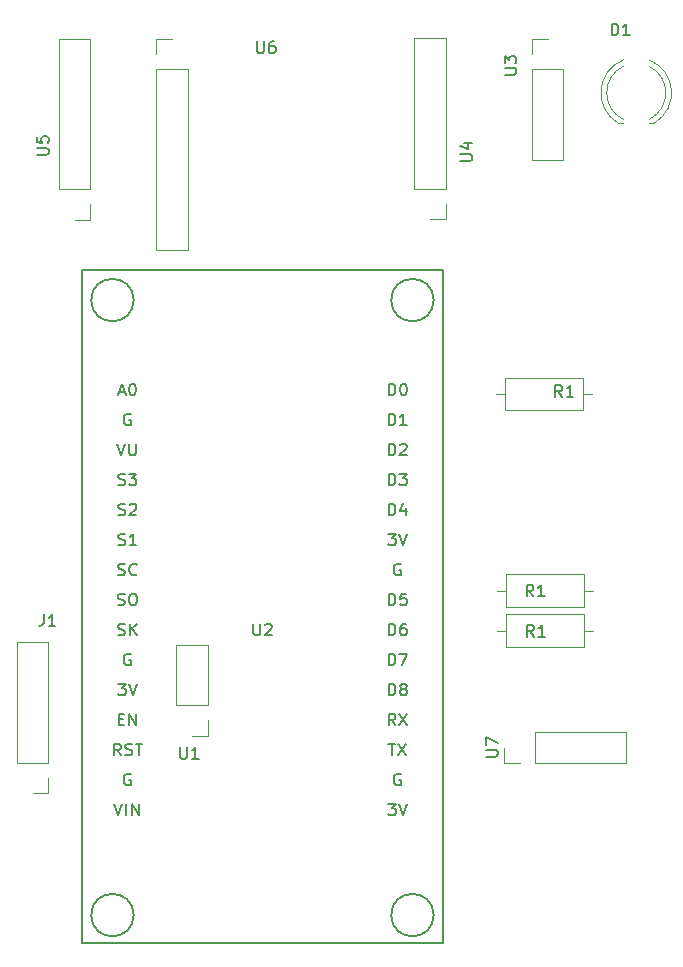
<source format=gbr>
%TF.GenerationSoftware,KiCad,Pcbnew,(5.1.10)-1*%
%TF.CreationDate,2021-10-26T11:38:04-05:00*%
%TF.ProjectId,co2_project,636f325f-7072-46f6-9a65-63742e6b6963,rev?*%
%TF.SameCoordinates,Original*%
%TF.FileFunction,Legend,Top*%
%TF.FilePolarity,Positive*%
%FSLAX46Y46*%
G04 Gerber Fmt 4.6, Leading zero omitted, Abs format (unit mm)*
G04 Created by KiCad (PCBNEW (5.1.10)-1) date 2021-10-26 11:38:04*
%MOMM*%
%LPD*%
G01*
G04 APERTURE LIST*
%ADD10C,0.120000*%
%ADD11C,0.150000*%
G04 APERTURE END LIST*
D10*
%TO.C,U7*%
X147420000Y-129330000D02*
X147420000Y-128000000D01*
X148750000Y-129330000D02*
X147420000Y-129330000D01*
X150020000Y-129330000D02*
X150020000Y-126670000D01*
X150020000Y-126670000D02*
X157700000Y-126670000D01*
X150020000Y-129330000D02*
X157700000Y-129330000D01*
X157700000Y-129330000D02*
X157700000Y-126670000D01*
%TO.C,U4*%
X142480000Y-67920000D02*
X139820000Y-67920000D01*
X142480000Y-80680000D02*
X142480000Y-67920000D01*
X139820000Y-80680000D02*
X139820000Y-67920000D01*
X142480000Y-80680000D02*
X139820000Y-80680000D01*
X142480000Y-81950000D02*
X142480000Y-83280000D01*
X142480000Y-83280000D02*
X141150000Y-83280000D01*
%TO.C,U6*%
X117970000Y-85870000D02*
X120630000Y-85870000D01*
X117970000Y-70570000D02*
X117970000Y-85870000D01*
X120630000Y-70570000D02*
X120630000Y-85870000D01*
X117970000Y-70570000D02*
X120630000Y-70570000D01*
X117970000Y-69300000D02*
X117970000Y-67970000D01*
X117970000Y-67970000D02*
X119300000Y-67970000D01*
%TO.C,U5*%
X112380000Y-83330000D02*
X111050000Y-83330000D01*
X112380000Y-82000000D02*
X112380000Y-83330000D01*
X112380000Y-80730000D02*
X109720000Y-80730000D01*
X109720000Y-80730000D02*
X109720000Y-67970000D01*
X112380000Y-80730000D02*
X112380000Y-67970000D01*
X112380000Y-67970000D02*
X109720000Y-67970000D01*
%TO.C,J1*%
X108830000Y-131880000D02*
X107500000Y-131880000D01*
X108830000Y-130550000D02*
X108830000Y-131880000D01*
X108830000Y-129280000D02*
X106170000Y-129280000D01*
X106170000Y-129280000D02*
X106170000Y-119060000D01*
X108830000Y-129280000D02*
X108830000Y-119060000D01*
X108830000Y-119060000D02*
X106170000Y-119060000D01*
%TO.C,D1*%
X159680000Y-75121500D02*
X160145000Y-75121500D01*
X157055000Y-75121500D02*
X157520000Y-75121500D01*
X157519173Y-69773685D02*
G75*
G03*
X157055170Y-75121500I1080827J-2787815D01*
G01*
X159680827Y-69773685D02*
G75*
G02*
X160144830Y-75121500I-1080827J-2787815D01*
G01*
X157519571Y-70307021D02*
G75*
G03*
X157520000Y-74816184I1080429J-2254479D01*
G01*
X159680429Y-70307021D02*
G75*
G02*
X159680000Y-74816184I-1080429J-2254479D01*
G01*
%TO.C,R1*%
X154920000Y-118100000D02*
X154150000Y-118100000D01*
X146840000Y-118100000D02*
X147610000Y-118100000D01*
X154150000Y-116730000D02*
X147610000Y-116730000D01*
X154150000Y-119470000D02*
X154150000Y-116730000D01*
X147610000Y-119470000D02*
X154150000Y-119470000D01*
X147610000Y-116730000D02*
X147610000Y-119470000D01*
X147610000Y-113330000D02*
X147610000Y-116070000D01*
X147610000Y-116070000D02*
X154150000Y-116070000D01*
X154150000Y-116070000D02*
X154150000Y-113330000D01*
X154150000Y-113330000D02*
X147610000Y-113330000D01*
X146840000Y-114700000D02*
X147610000Y-114700000D01*
X154920000Y-114700000D02*
X154150000Y-114700000D01*
X154820000Y-98050000D02*
X154050000Y-98050000D01*
X146740000Y-98050000D02*
X147510000Y-98050000D01*
X154050000Y-96680000D02*
X147510000Y-96680000D01*
X154050000Y-99420000D02*
X154050000Y-96680000D01*
X147510000Y-99420000D02*
X154050000Y-99420000D01*
X147510000Y-96680000D02*
X147510000Y-99420000D01*
%TO.C,U1*%
X122330000Y-127030000D02*
X121000000Y-127030000D01*
X122330000Y-125700000D02*
X122330000Y-127030000D01*
X122330000Y-124430000D02*
X119670000Y-124430000D01*
X119670000Y-124430000D02*
X119670000Y-119290000D01*
X122330000Y-124430000D02*
X122330000Y-119290000D01*
X122330000Y-119290000D02*
X119670000Y-119290000D01*
D11*
%TO.C,U2*%
X142200000Y-144550000D02*
X142200000Y-87550000D01*
X111700000Y-144550000D02*
X142200000Y-144550000D01*
X111700000Y-87550000D02*
X111700000Y-144550000D01*
X112200000Y-87550000D02*
X111700000Y-87550000D01*
X142200000Y-87550000D02*
X112200000Y-87550000D01*
X141446051Y-90110000D02*
G75*
G03*
X141446051Y-90110000I-1796051J0D01*
G01*
X116046051Y-90110000D02*
G75*
G03*
X116046051Y-90110000I-1796051J0D01*
G01*
X116046051Y-142180000D02*
G75*
G03*
X116046051Y-142180000I-1796051J0D01*
G01*
X141446051Y-142180000D02*
G75*
G03*
X141446051Y-142180000I-1796051J0D01*
G01*
D10*
%TO.C,U3*%
X149770000Y-67970000D02*
X151100000Y-67970000D01*
X149770000Y-69300000D02*
X149770000Y-67970000D01*
X149770000Y-70570000D02*
X152430000Y-70570000D01*
X152430000Y-70570000D02*
X152430000Y-78250000D01*
X149770000Y-70570000D02*
X149770000Y-78250000D01*
X149770000Y-78250000D02*
X152430000Y-78250000D01*
%TO.C,U7*%
D11*
X145872380Y-128761904D02*
X146681904Y-128761904D01*
X146777142Y-128714285D01*
X146824761Y-128666666D01*
X146872380Y-128571428D01*
X146872380Y-128380952D01*
X146824761Y-128285714D01*
X146777142Y-128238095D01*
X146681904Y-128190476D01*
X145872380Y-128190476D01*
X145872380Y-127809523D02*
X145872380Y-127142857D01*
X146872380Y-127571428D01*
%TO.C,U4*%
X143702380Y-78311904D02*
X144511904Y-78311904D01*
X144607142Y-78264285D01*
X144654761Y-78216666D01*
X144702380Y-78121428D01*
X144702380Y-77930952D01*
X144654761Y-77835714D01*
X144607142Y-77788095D01*
X144511904Y-77740476D01*
X143702380Y-77740476D01*
X144035714Y-76835714D02*
X144702380Y-76835714D01*
X143654761Y-77073809D02*
X144369047Y-77311904D01*
X144369047Y-76692857D01*
%TO.C,U6*%
X126488095Y-68202380D02*
X126488095Y-69011904D01*
X126535714Y-69107142D01*
X126583333Y-69154761D01*
X126678571Y-69202380D01*
X126869047Y-69202380D01*
X126964285Y-69154761D01*
X127011904Y-69107142D01*
X127059523Y-69011904D01*
X127059523Y-68202380D01*
X127964285Y-68202380D02*
X127773809Y-68202380D01*
X127678571Y-68250000D01*
X127630952Y-68297619D01*
X127535714Y-68440476D01*
X127488095Y-68630952D01*
X127488095Y-69011904D01*
X127535714Y-69107142D01*
X127583333Y-69154761D01*
X127678571Y-69202380D01*
X127869047Y-69202380D01*
X127964285Y-69154761D01*
X128011904Y-69107142D01*
X128059523Y-69011904D01*
X128059523Y-68773809D01*
X128011904Y-68678571D01*
X127964285Y-68630952D01*
X127869047Y-68583333D01*
X127678571Y-68583333D01*
X127583333Y-68630952D01*
X127535714Y-68678571D01*
X127488095Y-68773809D01*
%TO.C,U5*%
X107852380Y-77811904D02*
X108661904Y-77811904D01*
X108757142Y-77764285D01*
X108804761Y-77716666D01*
X108852380Y-77621428D01*
X108852380Y-77430952D01*
X108804761Y-77335714D01*
X108757142Y-77288095D01*
X108661904Y-77240476D01*
X107852380Y-77240476D01*
X107852380Y-76288095D02*
X107852380Y-76764285D01*
X108328571Y-76811904D01*
X108280952Y-76764285D01*
X108233333Y-76669047D01*
X108233333Y-76430952D01*
X108280952Y-76335714D01*
X108328571Y-76288095D01*
X108423809Y-76240476D01*
X108661904Y-76240476D01*
X108757142Y-76288095D01*
X108804761Y-76335714D01*
X108852380Y-76430952D01*
X108852380Y-76669047D01*
X108804761Y-76764285D01*
X108757142Y-76811904D01*
%TO.C,J1*%
X108416666Y-116702380D02*
X108416666Y-117416666D01*
X108369047Y-117559523D01*
X108273809Y-117654761D01*
X108130952Y-117702380D01*
X108035714Y-117702380D01*
X109416666Y-117702380D02*
X108845238Y-117702380D01*
X109130952Y-117702380D02*
X109130952Y-116702380D01*
X109035714Y-116845238D01*
X108940476Y-116940476D01*
X108845238Y-116988095D01*
%TO.C,*%
%TO.C,D1*%
X156511904Y-67702380D02*
X156511904Y-66702380D01*
X156750000Y-66702380D01*
X156892857Y-66750000D01*
X156988095Y-66845238D01*
X157035714Y-66940476D01*
X157083333Y-67130952D01*
X157083333Y-67273809D01*
X157035714Y-67464285D01*
X156988095Y-67559523D01*
X156892857Y-67654761D01*
X156750000Y-67702380D01*
X156511904Y-67702380D01*
X158035714Y-67702380D02*
X157464285Y-67702380D01*
X157750000Y-67702380D02*
X157750000Y-66702380D01*
X157654761Y-66845238D01*
X157559523Y-66940476D01*
X157464285Y-66988095D01*
%TO.C,R1*%
X149933333Y-118602380D02*
X149600000Y-118126190D01*
X149361904Y-118602380D02*
X149361904Y-117602380D01*
X149742857Y-117602380D01*
X149838095Y-117650000D01*
X149885714Y-117697619D01*
X149933333Y-117792857D01*
X149933333Y-117935714D01*
X149885714Y-118030952D01*
X149838095Y-118078571D01*
X149742857Y-118126190D01*
X149361904Y-118126190D01*
X150885714Y-118602380D02*
X150314285Y-118602380D01*
X150600000Y-118602380D02*
X150600000Y-117602380D01*
X150504761Y-117745238D01*
X150409523Y-117840476D01*
X150314285Y-117888095D01*
X149883333Y-115202380D02*
X149550000Y-114726190D01*
X149311904Y-115202380D02*
X149311904Y-114202380D01*
X149692857Y-114202380D01*
X149788095Y-114250000D01*
X149835714Y-114297619D01*
X149883333Y-114392857D01*
X149883333Y-114535714D01*
X149835714Y-114630952D01*
X149788095Y-114678571D01*
X149692857Y-114726190D01*
X149311904Y-114726190D01*
X150835714Y-115202380D02*
X150264285Y-115202380D01*
X150550000Y-115202380D02*
X150550000Y-114202380D01*
X150454761Y-114345238D01*
X150359523Y-114440476D01*
X150264285Y-114488095D01*
X152333333Y-98302380D02*
X152000000Y-97826190D01*
X151761904Y-98302380D02*
X151761904Y-97302380D01*
X152142857Y-97302380D01*
X152238095Y-97350000D01*
X152285714Y-97397619D01*
X152333333Y-97492857D01*
X152333333Y-97635714D01*
X152285714Y-97730952D01*
X152238095Y-97778571D01*
X152142857Y-97826190D01*
X151761904Y-97826190D01*
X153285714Y-98302380D02*
X152714285Y-98302380D01*
X153000000Y-98302380D02*
X153000000Y-97302380D01*
X152904761Y-97445238D01*
X152809523Y-97540476D01*
X152714285Y-97588095D01*
%TO.C,U1*%
X119988095Y-127952380D02*
X119988095Y-128761904D01*
X120035714Y-128857142D01*
X120083333Y-128904761D01*
X120178571Y-128952380D01*
X120369047Y-128952380D01*
X120464285Y-128904761D01*
X120511904Y-128857142D01*
X120559523Y-128761904D01*
X120559523Y-127952380D01*
X121559523Y-128952380D02*
X120988095Y-128952380D01*
X121273809Y-128952380D02*
X121273809Y-127952380D01*
X121178571Y-128095238D01*
X121083333Y-128190476D01*
X120988095Y-128238095D01*
%TO.C,U2*%
X126188095Y-117502380D02*
X126188095Y-118311904D01*
X126235714Y-118407142D01*
X126283333Y-118454761D01*
X126378571Y-118502380D01*
X126569047Y-118502380D01*
X126664285Y-118454761D01*
X126711904Y-118407142D01*
X126759523Y-118311904D01*
X126759523Y-117502380D01*
X127188095Y-117597619D02*
X127235714Y-117550000D01*
X127330952Y-117502380D01*
X127569047Y-117502380D01*
X127664285Y-117550000D01*
X127711904Y-117597619D01*
X127759523Y-117692857D01*
X127759523Y-117788095D01*
X127711904Y-117930952D01*
X127140476Y-118502380D01*
X127759523Y-118502380D01*
X114424761Y-132742380D02*
X114758095Y-133742380D01*
X115091428Y-132742380D01*
X115424761Y-133742380D02*
X115424761Y-132742380D01*
X115900952Y-133742380D02*
X115900952Y-132742380D01*
X116472380Y-133742380D01*
X116472380Y-132742380D01*
X115781904Y-130250000D02*
X115686666Y-130202380D01*
X115543809Y-130202380D01*
X115400952Y-130250000D01*
X115305714Y-130345238D01*
X115258095Y-130440476D01*
X115210476Y-130630952D01*
X115210476Y-130773809D01*
X115258095Y-130964285D01*
X115305714Y-131059523D01*
X115400952Y-131154761D01*
X115543809Y-131202380D01*
X115639047Y-131202380D01*
X115781904Y-131154761D01*
X115829523Y-131107142D01*
X115829523Y-130773809D01*
X115639047Y-130773809D01*
X114972380Y-128662380D02*
X114639047Y-128186190D01*
X114400952Y-128662380D02*
X114400952Y-127662380D01*
X114781904Y-127662380D01*
X114877142Y-127710000D01*
X114924761Y-127757619D01*
X114972380Y-127852857D01*
X114972380Y-127995714D01*
X114924761Y-128090952D01*
X114877142Y-128138571D01*
X114781904Y-128186190D01*
X114400952Y-128186190D01*
X115353333Y-128614761D02*
X115496190Y-128662380D01*
X115734285Y-128662380D01*
X115829523Y-128614761D01*
X115877142Y-128567142D01*
X115924761Y-128471904D01*
X115924761Y-128376666D01*
X115877142Y-128281428D01*
X115829523Y-128233809D01*
X115734285Y-128186190D01*
X115543809Y-128138571D01*
X115448571Y-128090952D01*
X115400952Y-128043333D01*
X115353333Y-127948095D01*
X115353333Y-127852857D01*
X115400952Y-127757619D01*
X115448571Y-127710000D01*
X115543809Y-127662380D01*
X115781904Y-127662380D01*
X115924761Y-127710000D01*
X116210476Y-127662380D02*
X116781904Y-127662380D01*
X116496190Y-128662380D02*
X116496190Y-127662380D01*
X114781904Y-125598571D02*
X115115238Y-125598571D01*
X115258095Y-126122380D02*
X114781904Y-126122380D01*
X114781904Y-125122380D01*
X115258095Y-125122380D01*
X115686666Y-126122380D02*
X115686666Y-125122380D01*
X116258095Y-126122380D01*
X116258095Y-125122380D01*
X114758095Y-122582380D02*
X115377142Y-122582380D01*
X115043809Y-122963333D01*
X115186666Y-122963333D01*
X115281904Y-123010952D01*
X115329523Y-123058571D01*
X115377142Y-123153809D01*
X115377142Y-123391904D01*
X115329523Y-123487142D01*
X115281904Y-123534761D01*
X115186666Y-123582380D01*
X114900952Y-123582380D01*
X114805714Y-123534761D01*
X114758095Y-123487142D01*
X115662857Y-122582380D02*
X115996190Y-123582380D01*
X116329523Y-122582380D01*
X115781904Y-120090000D02*
X115686666Y-120042380D01*
X115543809Y-120042380D01*
X115400952Y-120090000D01*
X115305714Y-120185238D01*
X115258095Y-120280476D01*
X115210476Y-120470952D01*
X115210476Y-120613809D01*
X115258095Y-120804285D01*
X115305714Y-120899523D01*
X115400952Y-120994761D01*
X115543809Y-121042380D01*
X115639047Y-121042380D01*
X115781904Y-120994761D01*
X115829523Y-120947142D01*
X115829523Y-120613809D01*
X115639047Y-120613809D01*
X114734285Y-118454761D02*
X114877142Y-118502380D01*
X115115238Y-118502380D01*
X115210476Y-118454761D01*
X115258095Y-118407142D01*
X115305714Y-118311904D01*
X115305714Y-118216666D01*
X115258095Y-118121428D01*
X115210476Y-118073809D01*
X115115238Y-118026190D01*
X114924761Y-117978571D01*
X114829523Y-117930952D01*
X114781904Y-117883333D01*
X114734285Y-117788095D01*
X114734285Y-117692857D01*
X114781904Y-117597619D01*
X114829523Y-117550000D01*
X114924761Y-117502380D01*
X115162857Y-117502380D01*
X115305714Y-117550000D01*
X115734285Y-118502380D02*
X115734285Y-117502380D01*
X116305714Y-118502380D02*
X115877142Y-117930952D01*
X116305714Y-117502380D02*
X115734285Y-118073809D01*
X114710476Y-115914761D02*
X114853333Y-115962380D01*
X115091428Y-115962380D01*
X115186666Y-115914761D01*
X115234285Y-115867142D01*
X115281904Y-115771904D01*
X115281904Y-115676666D01*
X115234285Y-115581428D01*
X115186666Y-115533809D01*
X115091428Y-115486190D01*
X114900952Y-115438571D01*
X114805714Y-115390952D01*
X114758095Y-115343333D01*
X114710476Y-115248095D01*
X114710476Y-115152857D01*
X114758095Y-115057619D01*
X114805714Y-115010000D01*
X114900952Y-114962380D01*
X115139047Y-114962380D01*
X115281904Y-115010000D01*
X115900952Y-114962380D02*
X116091428Y-114962380D01*
X116186666Y-115010000D01*
X116281904Y-115105238D01*
X116329523Y-115295714D01*
X116329523Y-115629047D01*
X116281904Y-115819523D01*
X116186666Y-115914761D01*
X116091428Y-115962380D01*
X115900952Y-115962380D01*
X115805714Y-115914761D01*
X115710476Y-115819523D01*
X115662857Y-115629047D01*
X115662857Y-115295714D01*
X115710476Y-115105238D01*
X115805714Y-115010000D01*
X115900952Y-114962380D01*
X114734285Y-113374761D02*
X114877142Y-113422380D01*
X115115238Y-113422380D01*
X115210476Y-113374761D01*
X115258095Y-113327142D01*
X115305714Y-113231904D01*
X115305714Y-113136666D01*
X115258095Y-113041428D01*
X115210476Y-112993809D01*
X115115238Y-112946190D01*
X114924761Y-112898571D01*
X114829523Y-112850952D01*
X114781904Y-112803333D01*
X114734285Y-112708095D01*
X114734285Y-112612857D01*
X114781904Y-112517619D01*
X114829523Y-112470000D01*
X114924761Y-112422380D01*
X115162857Y-112422380D01*
X115305714Y-112470000D01*
X116305714Y-113327142D02*
X116258095Y-113374761D01*
X116115238Y-113422380D01*
X116020000Y-113422380D01*
X115877142Y-113374761D01*
X115781904Y-113279523D01*
X115734285Y-113184285D01*
X115686666Y-112993809D01*
X115686666Y-112850952D01*
X115734285Y-112660476D01*
X115781904Y-112565238D01*
X115877142Y-112470000D01*
X116020000Y-112422380D01*
X116115238Y-112422380D01*
X116258095Y-112470000D01*
X116305714Y-112517619D01*
X114758095Y-110834761D02*
X114900952Y-110882380D01*
X115139047Y-110882380D01*
X115234285Y-110834761D01*
X115281904Y-110787142D01*
X115329523Y-110691904D01*
X115329523Y-110596666D01*
X115281904Y-110501428D01*
X115234285Y-110453809D01*
X115139047Y-110406190D01*
X114948571Y-110358571D01*
X114853333Y-110310952D01*
X114805714Y-110263333D01*
X114758095Y-110168095D01*
X114758095Y-110072857D01*
X114805714Y-109977619D01*
X114853333Y-109930000D01*
X114948571Y-109882380D01*
X115186666Y-109882380D01*
X115329523Y-109930000D01*
X116281904Y-110882380D02*
X115710476Y-110882380D01*
X115996190Y-110882380D02*
X115996190Y-109882380D01*
X115900952Y-110025238D01*
X115805714Y-110120476D01*
X115710476Y-110168095D01*
X114758095Y-108294761D02*
X114900952Y-108342380D01*
X115139047Y-108342380D01*
X115234285Y-108294761D01*
X115281904Y-108247142D01*
X115329523Y-108151904D01*
X115329523Y-108056666D01*
X115281904Y-107961428D01*
X115234285Y-107913809D01*
X115139047Y-107866190D01*
X114948571Y-107818571D01*
X114853333Y-107770952D01*
X114805714Y-107723333D01*
X114758095Y-107628095D01*
X114758095Y-107532857D01*
X114805714Y-107437619D01*
X114853333Y-107390000D01*
X114948571Y-107342380D01*
X115186666Y-107342380D01*
X115329523Y-107390000D01*
X115710476Y-107437619D02*
X115758095Y-107390000D01*
X115853333Y-107342380D01*
X116091428Y-107342380D01*
X116186666Y-107390000D01*
X116234285Y-107437619D01*
X116281904Y-107532857D01*
X116281904Y-107628095D01*
X116234285Y-107770952D01*
X115662857Y-108342380D01*
X116281904Y-108342380D01*
X114758095Y-105754761D02*
X114900952Y-105802380D01*
X115139047Y-105802380D01*
X115234285Y-105754761D01*
X115281904Y-105707142D01*
X115329523Y-105611904D01*
X115329523Y-105516666D01*
X115281904Y-105421428D01*
X115234285Y-105373809D01*
X115139047Y-105326190D01*
X114948571Y-105278571D01*
X114853333Y-105230952D01*
X114805714Y-105183333D01*
X114758095Y-105088095D01*
X114758095Y-104992857D01*
X114805714Y-104897619D01*
X114853333Y-104850000D01*
X114948571Y-104802380D01*
X115186666Y-104802380D01*
X115329523Y-104850000D01*
X115662857Y-104802380D02*
X116281904Y-104802380D01*
X115948571Y-105183333D01*
X116091428Y-105183333D01*
X116186666Y-105230952D01*
X116234285Y-105278571D01*
X116281904Y-105373809D01*
X116281904Y-105611904D01*
X116234285Y-105707142D01*
X116186666Y-105754761D01*
X116091428Y-105802380D01*
X115805714Y-105802380D01*
X115710476Y-105754761D01*
X115662857Y-105707142D01*
X114662857Y-102262380D02*
X114996190Y-103262380D01*
X115329523Y-102262380D01*
X115662857Y-102262380D02*
X115662857Y-103071904D01*
X115710476Y-103167142D01*
X115758095Y-103214761D01*
X115853333Y-103262380D01*
X116043809Y-103262380D01*
X116139047Y-103214761D01*
X116186666Y-103167142D01*
X116234285Y-103071904D01*
X116234285Y-102262380D01*
X115781904Y-99770000D02*
X115686666Y-99722380D01*
X115543809Y-99722380D01*
X115400952Y-99770000D01*
X115305714Y-99865238D01*
X115258095Y-99960476D01*
X115210476Y-100150952D01*
X115210476Y-100293809D01*
X115258095Y-100484285D01*
X115305714Y-100579523D01*
X115400952Y-100674761D01*
X115543809Y-100722380D01*
X115639047Y-100722380D01*
X115781904Y-100674761D01*
X115829523Y-100627142D01*
X115829523Y-100293809D01*
X115639047Y-100293809D01*
X114805714Y-97896666D02*
X115281904Y-97896666D01*
X114710476Y-98182380D02*
X115043809Y-97182380D01*
X115377142Y-98182380D01*
X115900952Y-97182380D02*
X115996190Y-97182380D01*
X116091428Y-97230000D01*
X116139047Y-97277619D01*
X116186666Y-97372857D01*
X116234285Y-97563333D01*
X116234285Y-97801428D01*
X116186666Y-97991904D01*
X116139047Y-98087142D01*
X116091428Y-98134761D01*
X115996190Y-98182380D01*
X115900952Y-98182380D01*
X115805714Y-98134761D01*
X115758095Y-98087142D01*
X115710476Y-97991904D01*
X115662857Y-97801428D01*
X115662857Y-97563333D01*
X115710476Y-97372857D01*
X115758095Y-97277619D01*
X115805714Y-97230000D01*
X115900952Y-97182380D01*
X137618095Y-132742380D02*
X138237142Y-132742380D01*
X137903809Y-133123333D01*
X138046666Y-133123333D01*
X138141904Y-133170952D01*
X138189523Y-133218571D01*
X138237142Y-133313809D01*
X138237142Y-133551904D01*
X138189523Y-133647142D01*
X138141904Y-133694761D01*
X138046666Y-133742380D01*
X137760952Y-133742380D01*
X137665714Y-133694761D01*
X137618095Y-133647142D01*
X138522857Y-132742380D02*
X138856190Y-133742380D01*
X139189523Y-132742380D01*
X138641904Y-130250000D02*
X138546666Y-130202380D01*
X138403809Y-130202380D01*
X138260952Y-130250000D01*
X138165714Y-130345238D01*
X138118095Y-130440476D01*
X138070476Y-130630952D01*
X138070476Y-130773809D01*
X138118095Y-130964285D01*
X138165714Y-131059523D01*
X138260952Y-131154761D01*
X138403809Y-131202380D01*
X138499047Y-131202380D01*
X138641904Y-131154761D01*
X138689523Y-131107142D01*
X138689523Y-130773809D01*
X138499047Y-130773809D01*
X137618095Y-127662380D02*
X138189523Y-127662380D01*
X137903809Y-128662380D02*
X137903809Y-127662380D01*
X138427619Y-127662380D02*
X139094285Y-128662380D01*
X139094285Y-127662380D02*
X138427619Y-128662380D01*
X138213333Y-126122380D02*
X137880000Y-125646190D01*
X137641904Y-126122380D02*
X137641904Y-125122380D01*
X138022857Y-125122380D01*
X138118095Y-125170000D01*
X138165714Y-125217619D01*
X138213333Y-125312857D01*
X138213333Y-125455714D01*
X138165714Y-125550952D01*
X138118095Y-125598571D01*
X138022857Y-125646190D01*
X137641904Y-125646190D01*
X138546666Y-125122380D02*
X139213333Y-126122380D01*
X139213333Y-125122380D02*
X138546666Y-126122380D01*
X137641904Y-123582380D02*
X137641904Y-122582380D01*
X137880000Y-122582380D01*
X138022857Y-122630000D01*
X138118095Y-122725238D01*
X138165714Y-122820476D01*
X138213333Y-123010952D01*
X138213333Y-123153809D01*
X138165714Y-123344285D01*
X138118095Y-123439523D01*
X138022857Y-123534761D01*
X137880000Y-123582380D01*
X137641904Y-123582380D01*
X138784761Y-123010952D02*
X138689523Y-122963333D01*
X138641904Y-122915714D01*
X138594285Y-122820476D01*
X138594285Y-122772857D01*
X138641904Y-122677619D01*
X138689523Y-122630000D01*
X138784761Y-122582380D01*
X138975238Y-122582380D01*
X139070476Y-122630000D01*
X139118095Y-122677619D01*
X139165714Y-122772857D01*
X139165714Y-122820476D01*
X139118095Y-122915714D01*
X139070476Y-122963333D01*
X138975238Y-123010952D01*
X138784761Y-123010952D01*
X138689523Y-123058571D01*
X138641904Y-123106190D01*
X138594285Y-123201428D01*
X138594285Y-123391904D01*
X138641904Y-123487142D01*
X138689523Y-123534761D01*
X138784761Y-123582380D01*
X138975238Y-123582380D01*
X139070476Y-123534761D01*
X139118095Y-123487142D01*
X139165714Y-123391904D01*
X139165714Y-123201428D01*
X139118095Y-123106190D01*
X139070476Y-123058571D01*
X138975238Y-123010952D01*
X137641904Y-121042380D02*
X137641904Y-120042380D01*
X137880000Y-120042380D01*
X138022857Y-120090000D01*
X138118095Y-120185238D01*
X138165714Y-120280476D01*
X138213333Y-120470952D01*
X138213333Y-120613809D01*
X138165714Y-120804285D01*
X138118095Y-120899523D01*
X138022857Y-120994761D01*
X137880000Y-121042380D01*
X137641904Y-121042380D01*
X138546666Y-120042380D02*
X139213333Y-120042380D01*
X138784761Y-121042380D01*
X137641904Y-118502380D02*
X137641904Y-117502380D01*
X137880000Y-117502380D01*
X138022857Y-117550000D01*
X138118095Y-117645238D01*
X138165714Y-117740476D01*
X138213333Y-117930952D01*
X138213333Y-118073809D01*
X138165714Y-118264285D01*
X138118095Y-118359523D01*
X138022857Y-118454761D01*
X137880000Y-118502380D01*
X137641904Y-118502380D01*
X139070476Y-117502380D02*
X138880000Y-117502380D01*
X138784761Y-117550000D01*
X138737142Y-117597619D01*
X138641904Y-117740476D01*
X138594285Y-117930952D01*
X138594285Y-118311904D01*
X138641904Y-118407142D01*
X138689523Y-118454761D01*
X138784761Y-118502380D01*
X138975238Y-118502380D01*
X139070476Y-118454761D01*
X139118095Y-118407142D01*
X139165714Y-118311904D01*
X139165714Y-118073809D01*
X139118095Y-117978571D01*
X139070476Y-117930952D01*
X138975238Y-117883333D01*
X138784761Y-117883333D01*
X138689523Y-117930952D01*
X138641904Y-117978571D01*
X138594285Y-118073809D01*
X137641904Y-115962380D02*
X137641904Y-114962380D01*
X137880000Y-114962380D01*
X138022857Y-115010000D01*
X138118095Y-115105238D01*
X138165714Y-115200476D01*
X138213333Y-115390952D01*
X138213333Y-115533809D01*
X138165714Y-115724285D01*
X138118095Y-115819523D01*
X138022857Y-115914761D01*
X137880000Y-115962380D01*
X137641904Y-115962380D01*
X139118095Y-114962380D02*
X138641904Y-114962380D01*
X138594285Y-115438571D01*
X138641904Y-115390952D01*
X138737142Y-115343333D01*
X138975238Y-115343333D01*
X139070476Y-115390952D01*
X139118095Y-115438571D01*
X139165714Y-115533809D01*
X139165714Y-115771904D01*
X139118095Y-115867142D01*
X139070476Y-115914761D01*
X138975238Y-115962380D01*
X138737142Y-115962380D01*
X138641904Y-115914761D01*
X138594285Y-115867142D01*
X138641904Y-112470000D02*
X138546666Y-112422380D01*
X138403809Y-112422380D01*
X138260952Y-112470000D01*
X138165714Y-112565238D01*
X138118095Y-112660476D01*
X138070476Y-112850952D01*
X138070476Y-112993809D01*
X138118095Y-113184285D01*
X138165714Y-113279523D01*
X138260952Y-113374761D01*
X138403809Y-113422380D01*
X138499047Y-113422380D01*
X138641904Y-113374761D01*
X138689523Y-113327142D01*
X138689523Y-112993809D01*
X138499047Y-112993809D01*
X137618095Y-109882380D02*
X138237142Y-109882380D01*
X137903809Y-110263333D01*
X138046666Y-110263333D01*
X138141904Y-110310952D01*
X138189523Y-110358571D01*
X138237142Y-110453809D01*
X138237142Y-110691904D01*
X138189523Y-110787142D01*
X138141904Y-110834761D01*
X138046666Y-110882380D01*
X137760952Y-110882380D01*
X137665714Y-110834761D01*
X137618095Y-110787142D01*
X138522857Y-109882380D02*
X138856190Y-110882380D01*
X139189523Y-109882380D01*
X137641904Y-108342380D02*
X137641904Y-107342380D01*
X137880000Y-107342380D01*
X138022857Y-107390000D01*
X138118095Y-107485238D01*
X138165714Y-107580476D01*
X138213333Y-107770952D01*
X138213333Y-107913809D01*
X138165714Y-108104285D01*
X138118095Y-108199523D01*
X138022857Y-108294761D01*
X137880000Y-108342380D01*
X137641904Y-108342380D01*
X139070476Y-107675714D02*
X139070476Y-108342380D01*
X138832380Y-107294761D02*
X138594285Y-108009047D01*
X139213333Y-108009047D01*
X137641904Y-105802380D02*
X137641904Y-104802380D01*
X137880000Y-104802380D01*
X138022857Y-104850000D01*
X138118095Y-104945238D01*
X138165714Y-105040476D01*
X138213333Y-105230952D01*
X138213333Y-105373809D01*
X138165714Y-105564285D01*
X138118095Y-105659523D01*
X138022857Y-105754761D01*
X137880000Y-105802380D01*
X137641904Y-105802380D01*
X138546666Y-104802380D02*
X139165714Y-104802380D01*
X138832380Y-105183333D01*
X138975238Y-105183333D01*
X139070476Y-105230952D01*
X139118095Y-105278571D01*
X139165714Y-105373809D01*
X139165714Y-105611904D01*
X139118095Y-105707142D01*
X139070476Y-105754761D01*
X138975238Y-105802380D01*
X138689523Y-105802380D01*
X138594285Y-105754761D01*
X138546666Y-105707142D01*
X137641904Y-103262380D02*
X137641904Y-102262380D01*
X137880000Y-102262380D01*
X138022857Y-102310000D01*
X138118095Y-102405238D01*
X138165714Y-102500476D01*
X138213333Y-102690952D01*
X138213333Y-102833809D01*
X138165714Y-103024285D01*
X138118095Y-103119523D01*
X138022857Y-103214761D01*
X137880000Y-103262380D01*
X137641904Y-103262380D01*
X138594285Y-102357619D02*
X138641904Y-102310000D01*
X138737142Y-102262380D01*
X138975238Y-102262380D01*
X139070476Y-102310000D01*
X139118095Y-102357619D01*
X139165714Y-102452857D01*
X139165714Y-102548095D01*
X139118095Y-102690952D01*
X138546666Y-103262380D01*
X139165714Y-103262380D01*
X137641904Y-100722380D02*
X137641904Y-99722380D01*
X137880000Y-99722380D01*
X138022857Y-99770000D01*
X138118095Y-99865238D01*
X138165714Y-99960476D01*
X138213333Y-100150952D01*
X138213333Y-100293809D01*
X138165714Y-100484285D01*
X138118095Y-100579523D01*
X138022857Y-100674761D01*
X137880000Y-100722380D01*
X137641904Y-100722380D01*
X139165714Y-100722380D02*
X138594285Y-100722380D01*
X138880000Y-100722380D02*
X138880000Y-99722380D01*
X138784761Y-99865238D01*
X138689523Y-99960476D01*
X138594285Y-100008095D01*
X137641904Y-98182380D02*
X137641904Y-97182380D01*
X137880000Y-97182380D01*
X138022857Y-97230000D01*
X138118095Y-97325238D01*
X138165714Y-97420476D01*
X138213333Y-97610952D01*
X138213333Y-97753809D01*
X138165714Y-97944285D01*
X138118095Y-98039523D01*
X138022857Y-98134761D01*
X137880000Y-98182380D01*
X137641904Y-98182380D01*
X138832380Y-97182380D02*
X138927619Y-97182380D01*
X139022857Y-97230000D01*
X139070476Y-97277619D01*
X139118095Y-97372857D01*
X139165714Y-97563333D01*
X139165714Y-97801428D01*
X139118095Y-97991904D01*
X139070476Y-98087142D01*
X139022857Y-98134761D01*
X138927619Y-98182380D01*
X138832380Y-98182380D01*
X138737142Y-98134761D01*
X138689523Y-98087142D01*
X138641904Y-97991904D01*
X138594285Y-97801428D01*
X138594285Y-97563333D01*
X138641904Y-97372857D01*
X138689523Y-97277619D01*
X138737142Y-97230000D01*
X138832380Y-97182380D01*
%TO.C,U3*%
X147452380Y-71011904D02*
X148261904Y-71011904D01*
X148357142Y-70964285D01*
X148404761Y-70916666D01*
X148452380Y-70821428D01*
X148452380Y-70630952D01*
X148404761Y-70535714D01*
X148357142Y-70488095D01*
X148261904Y-70440476D01*
X147452380Y-70440476D01*
X147452380Y-70059523D02*
X147452380Y-69440476D01*
X147833333Y-69773809D01*
X147833333Y-69630952D01*
X147880952Y-69535714D01*
X147928571Y-69488095D01*
X148023809Y-69440476D01*
X148261904Y-69440476D01*
X148357142Y-69488095D01*
X148404761Y-69535714D01*
X148452380Y-69630952D01*
X148452380Y-69916666D01*
X148404761Y-70011904D01*
X148357142Y-70059523D01*
%TD*%
M02*

</source>
